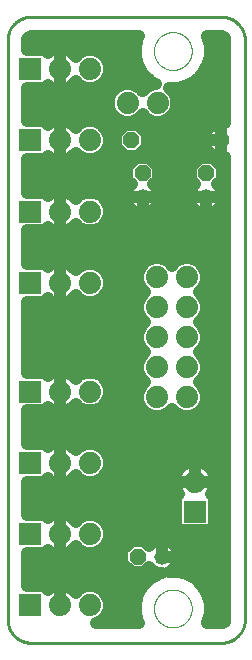
<source format=gbl>
G75*
%MOIN*%
%OFA0B0*%
%FSLAX25Y25*%
%IPPOS*%
%LPD*%
%AMOC8*
5,1,8,0,0,1.08239X$1,22.5*
%
%ADD10C,0.00000*%
%ADD11C,0.01000*%
%ADD12R,0.07400X0.07400*%
%ADD13C,0.07400*%
%ADD14OC8,0.05200*%
%ADD15C,0.05200*%
%ADD16C,0.04000*%
D10*
X0060569Y0023167D02*
X0060571Y0023325D01*
X0060577Y0023483D01*
X0060587Y0023641D01*
X0060601Y0023799D01*
X0060619Y0023956D01*
X0060640Y0024113D01*
X0060666Y0024269D01*
X0060696Y0024425D01*
X0060729Y0024580D01*
X0060767Y0024733D01*
X0060808Y0024886D01*
X0060853Y0025038D01*
X0060902Y0025189D01*
X0060955Y0025338D01*
X0061011Y0025486D01*
X0061071Y0025632D01*
X0061135Y0025777D01*
X0061203Y0025920D01*
X0061274Y0026062D01*
X0061348Y0026202D01*
X0061426Y0026339D01*
X0061508Y0026475D01*
X0061592Y0026609D01*
X0061681Y0026740D01*
X0061772Y0026869D01*
X0061867Y0026996D01*
X0061964Y0027121D01*
X0062065Y0027243D01*
X0062169Y0027362D01*
X0062276Y0027479D01*
X0062386Y0027593D01*
X0062499Y0027704D01*
X0062614Y0027813D01*
X0062732Y0027918D01*
X0062853Y0028020D01*
X0062976Y0028120D01*
X0063102Y0028216D01*
X0063230Y0028309D01*
X0063360Y0028399D01*
X0063493Y0028485D01*
X0063628Y0028569D01*
X0063764Y0028648D01*
X0063903Y0028725D01*
X0064044Y0028797D01*
X0064186Y0028867D01*
X0064330Y0028932D01*
X0064476Y0028994D01*
X0064623Y0029052D01*
X0064772Y0029107D01*
X0064922Y0029158D01*
X0065073Y0029205D01*
X0065225Y0029248D01*
X0065378Y0029287D01*
X0065533Y0029323D01*
X0065688Y0029354D01*
X0065844Y0029382D01*
X0066000Y0029406D01*
X0066157Y0029426D01*
X0066315Y0029442D01*
X0066472Y0029454D01*
X0066631Y0029462D01*
X0066789Y0029466D01*
X0066947Y0029466D01*
X0067105Y0029462D01*
X0067264Y0029454D01*
X0067421Y0029442D01*
X0067579Y0029426D01*
X0067736Y0029406D01*
X0067892Y0029382D01*
X0068048Y0029354D01*
X0068203Y0029323D01*
X0068358Y0029287D01*
X0068511Y0029248D01*
X0068663Y0029205D01*
X0068814Y0029158D01*
X0068964Y0029107D01*
X0069113Y0029052D01*
X0069260Y0028994D01*
X0069406Y0028932D01*
X0069550Y0028867D01*
X0069692Y0028797D01*
X0069833Y0028725D01*
X0069972Y0028648D01*
X0070108Y0028569D01*
X0070243Y0028485D01*
X0070376Y0028399D01*
X0070506Y0028309D01*
X0070634Y0028216D01*
X0070760Y0028120D01*
X0070883Y0028020D01*
X0071004Y0027918D01*
X0071122Y0027813D01*
X0071237Y0027704D01*
X0071350Y0027593D01*
X0071460Y0027479D01*
X0071567Y0027362D01*
X0071671Y0027243D01*
X0071772Y0027121D01*
X0071869Y0026996D01*
X0071964Y0026869D01*
X0072055Y0026740D01*
X0072144Y0026609D01*
X0072228Y0026475D01*
X0072310Y0026339D01*
X0072388Y0026202D01*
X0072462Y0026062D01*
X0072533Y0025920D01*
X0072601Y0025777D01*
X0072665Y0025632D01*
X0072725Y0025486D01*
X0072781Y0025338D01*
X0072834Y0025189D01*
X0072883Y0025038D01*
X0072928Y0024886D01*
X0072969Y0024733D01*
X0073007Y0024580D01*
X0073040Y0024425D01*
X0073070Y0024269D01*
X0073096Y0024113D01*
X0073117Y0023956D01*
X0073135Y0023799D01*
X0073149Y0023641D01*
X0073159Y0023483D01*
X0073165Y0023325D01*
X0073167Y0023167D01*
X0073165Y0023009D01*
X0073159Y0022851D01*
X0073149Y0022693D01*
X0073135Y0022535D01*
X0073117Y0022378D01*
X0073096Y0022221D01*
X0073070Y0022065D01*
X0073040Y0021909D01*
X0073007Y0021754D01*
X0072969Y0021601D01*
X0072928Y0021448D01*
X0072883Y0021296D01*
X0072834Y0021145D01*
X0072781Y0020996D01*
X0072725Y0020848D01*
X0072665Y0020702D01*
X0072601Y0020557D01*
X0072533Y0020414D01*
X0072462Y0020272D01*
X0072388Y0020132D01*
X0072310Y0019995D01*
X0072228Y0019859D01*
X0072144Y0019725D01*
X0072055Y0019594D01*
X0071964Y0019465D01*
X0071869Y0019338D01*
X0071772Y0019213D01*
X0071671Y0019091D01*
X0071567Y0018972D01*
X0071460Y0018855D01*
X0071350Y0018741D01*
X0071237Y0018630D01*
X0071122Y0018521D01*
X0071004Y0018416D01*
X0070883Y0018314D01*
X0070760Y0018214D01*
X0070634Y0018118D01*
X0070506Y0018025D01*
X0070376Y0017935D01*
X0070243Y0017849D01*
X0070108Y0017765D01*
X0069972Y0017686D01*
X0069833Y0017609D01*
X0069692Y0017537D01*
X0069550Y0017467D01*
X0069406Y0017402D01*
X0069260Y0017340D01*
X0069113Y0017282D01*
X0068964Y0017227D01*
X0068814Y0017176D01*
X0068663Y0017129D01*
X0068511Y0017086D01*
X0068358Y0017047D01*
X0068203Y0017011D01*
X0068048Y0016980D01*
X0067892Y0016952D01*
X0067736Y0016928D01*
X0067579Y0016908D01*
X0067421Y0016892D01*
X0067264Y0016880D01*
X0067105Y0016872D01*
X0066947Y0016868D01*
X0066789Y0016868D01*
X0066631Y0016872D01*
X0066472Y0016880D01*
X0066315Y0016892D01*
X0066157Y0016908D01*
X0066000Y0016928D01*
X0065844Y0016952D01*
X0065688Y0016980D01*
X0065533Y0017011D01*
X0065378Y0017047D01*
X0065225Y0017086D01*
X0065073Y0017129D01*
X0064922Y0017176D01*
X0064772Y0017227D01*
X0064623Y0017282D01*
X0064476Y0017340D01*
X0064330Y0017402D01*
X0064186Y0017467D01*
X0064044Y0017537D01*
X0063903Y0017609D01*
X0063764Y0017686D01*
X0063628Y0017765D01*
X0063493Y0017849D01*
X0063360Y0017935D01*
X0063230Y0018025D01*
X0063102Y0018118D01*
X0062976Y0018214D01*
X0062853Y0018314D01*
X0062732Y0018416D01*
X0062614Y0018521D01*
X0062499Y0018630D01*
X0062386Y0018741D01*
X0062276Y0018855D01*
X0062169Y0018972D01*
X0062065Y0019091D01*
X0061964Y0019213D01*
X0061867Y0019338D01*
X0061772Y0019465D01*
X0061681Y0019594D01*
X0061592Y0019725D01*
X0061508Y0019859D01*
X0061426Y0019995D01*
X0061348Y0020132D01*
X0061274Y0020272D01*
X0061203Y0020414D01*
X0061135Y0020557D01*
X0061071Y0020702D01*
X0061011Y0020848D01*
X0060955Y0020996D01*
X0060902Y0021145D01*
X0060853Y0021296D01*
X0060808Y0021448D01*
X0060767Y0021601D01*
X0060729Y0021754D01*
X0060696Y0021909D01*
X0060666Y0022065D01*
X0060640Y0022221D01*
X0060619Y0022378D01*
X0060601Y0022535D01*
X0060587Y0022693D01*
X0060577Y0022851D01*
X0060571Y0023009D01*
X0060569Y0023167D01*
X0060569Y0208994D02*
X0060571Y0209152D01*
X0060577Y0209310D01*
X0060587Y0209468D01*
X0060601Y0209626D01*
X0060619Y0209783D01*
X0060640Y0209940D01*
X0060666Y0210096D01*
X0060696Y0210252D01*
X0060729Y0210407D01*
X0060767Y0210560D01*
X0060808Y0210713D01*
X0060853Y0210865D01*
X0060902Y0211016D01*
X0060955Y0211165D01*
X0061011Y0211313D01*
X0061071Y0211459D01*
X0061135Y0211604D01*
X0061203Y0211747D01*
X0061274Y0211889D01*
X0061348Y0212029D01*
X0061426Y0212166D01*
X0061508Y0212302D01*
X0061592Y0212436D01*
X0061681Y0212567D01*
X0061772Y0212696D01*
X0061867Y0212823D01*
X0061964Y0212948D01*
X0062065Y0213070D01*
X0062169Y0213189D01*
X0062276Y0213306D01*
X0062386Y0213420D01*
X0062499Y0213531D01*
X0062614Y0213640D01*
X0062732Y0213745D01*
X0062853Y0213847D01*
X0062976Y0213947D01*
X0063102Y0214043D01*
X0063230Y0214136D01*
X0063360Y0214226D01*
X0063493Y0214312D01*
X0063628Y0214396D01*
X0063764Y0214475D01*
X0063903Y0214552D01*
X0064044Y0214624D01*
X0064186Y0214694D01*
X0064330Y0214759D01*
X0064476Y0214821D01*
X0064623Y0214879D01*
X0064772Y0214934D01*
X0064922Y0214985D01*
X0065073Y0215032D01*
X0065225Y0215075D01*
X0065378Y0215114D01*
X0065533Y0215150D01*
X0065688Y0215181D01*
X0065844Y0215209D01*
X0066000Y0215233D01*
X0066157Y0215253D01*
X0066315Y0215269D01*
X0066472Y0215281D01*
X0066631Y0215289D01*
X0066789Y0215293D01*
X0066947Y0215293D01*
X0067105Y0215289D01*
X0067264Y0215281D01*
X0067421Y0215269D01*
X0067579Y0215253D01*
X0067736Y0215233D01*
X0067892Y0215209D01*
X0068048Y0215181D01*
X0068203Y0215150D01*
X0068358Y0215114D01*
X0068511Y0215075D01*
X0068663Y0215032D01*
X0068814Y0214985D01*
X0068964Y0214934D01*
X0069113Y0214879D01*
X0069260Y0214821D01*
X0069406Y0214759D01*
X0069550Y0214694D01*
X0069692Y0214624D01*
X0069833Y0214552D01*
X0069972Y0214475D01*
X0070108Y0214396D01*
X0070243Y0214312D01*
X0070376Y0214226D01*
X0070506Y0214136D01*
X0070634Y0214043D01*
X0070760Y0213947D01*
X0070883Y0213847D01*
X0071004Y0213745D01*
X0071122Y0213640D01*
X0071237Y0213531D01*
X0071350Y0213420D01*
X0071460Y0213306D01*
X0071567Y0213189D01*
X0071671Y0213070D01*
X0071772Y0212948D01*
X0071869Y0212823D01*
X0071964Y0212696D01*
X0072055Y0212567D01*
X0072144Y0212436D01*
X0072228Y0212302D01*
X0072310Y0212166D01*
X0072388Y0212029D01*
X0072462Y0211889D01*
X0072533Y0211747D01*
X0072601Y0211604D01*
X0072665Y0211459D01*
X0072725Y0211313D01*
X0072781Y0211165D01*
X0072834Y0211016D01*
X0072883Y0210865D01*
X0072928Y0210713D01*
X0072969Y0210560D01*
X0073007Y0210407D01*
X0073040Y0210252D01*
X0073070Y0210096D01*
X0073096Y0209940D01*
X0073117Y0209783D01*
X0073135Y0209626D01*
X0073149Y0209468D01*
X0073159Y0209310D01*
X0073165Y0209152D01*
X0073167Y0208994D01*
X0073165Y0208836D01*
X0073159Y0208678D01*
X0073149Y0208520D01*
X0073135Y0208362D01*
X0073117Y0208205D01*
X0073096Y0208048D01*
X0073070Y0207892D01*
X0073040Y0207736D01*
X0073007Y0207581D01*
X0072969Y0207428D01*
X0072928Y0207275D01*
X0072883Y0207123D01*
X0072834Y0206972D01*
X0072781Y0206823D01*
X0072725Y0206675D01*
X0072665Y0206529D01*
X0072601Y0206384D01*
X0072533Y0206241D01*
X0072462Y0206099D01*
X0072388Y0205959D01*
X0072310Y0205822D01*
X0072228Y0205686D01*
X0072144Y0205552D01*
X0072055Y0205421D01*
X0071964Y0205292D01*
X0071869Y0205165D01*
X0071772Y0205040D01*
X0071671Y0204918D01*
X0071567Y0204799D01*
X0071460Y0204682D01*
X0071350Y0204568D01*
X0071237Y0204457D01*
X0071122Y0204348D01*
X0071004Y0204243D01*
X0070883Y0204141D01*
X0070760Y0204041D01*
X0070634Y0203945D01*
X0070506Y0203852D01*
X0070376Y0203762D01*
X0070243Y0203676D01*
X0070108Y0203592D01*
X0069972Y0203513D01*
X0069833Y0203436D01*
X0069692Y0203364D01*
X0069550Y0203294D01*
X0069406Y0203229D01*
X0069260Y0203167D01*
X0069113Y0203109D01*
X0068964Y0203054D01*
X0068814Y0203003D01*
X0068663Y0202956D01*
X0068511Y0202913D01*
X0068358Y0202874D01*
X0068203Y0202838D01*
X0068048Y0202807D01*
X0067892Y0202779D01*
X0067736Y0202755D01*
X0067579Y0202735D01*
X0067421Y0202719D01*
X0067264Y0202707D01*
X0067105Y0202699D01*
X0066947Y0202695D01*
X0066789Y0202695D01*
X0066631Y0202699D01*
X0066472Y0202707D01*
X0066315Y0202719D01*
X0066157Y0202735D01*
X0066000Y0202755D01*
X0065844Y0202779D01*
X0065688Y0202807D01*
X0065533Y0202838D01*
X0065378Y0202874D01*
X0065225Y0202913D01*
X0065073Y0202956D01*
X0064922Y0203003D01*
X0064772Y0203054D01*
X0064623Y0203109D01*
X0064476Y0203167D01*
X0064330Y0203229D01*
X0064186Y0203294D01*
X0064044Y0203364D01*
X0063903Y0203436D01*
X0063764Y0203513D01*
X0063628Y0203592D01*
X0063493Y0203676D01*
X0063360Y0203762D01*
X0063230Y0203852D01*
X0063102Y0203945D01*
X0062976Y0204041D01*
X0062853Y0204141D01*
X0062732Y0204243D01*
X0062614Y0204348D01*
X0062499Y0204457D01*
X0062386Y0204568D01*
X0062276Y0204682D01*
X0062169Y0204799D01*
X0062065Y0204918D01*
X0061964Y0205040D01*
X0061867Y0205165D01*
X0061772Y0205292D01*
X0061681Y0205421D01*
X0061592Y0205552D01*
X0061508Y0205686D01*
X0061426Y0205822D01*
X0061348Y0205959D01*
X0061274Y0206099D01*
X0061203Y0206241D01*
X0061135Y0206384D01*
X0061071Y0206529D01*
X0061011Y0206675D01*
X0060955Y0206823D01*
X0060902Y0206972D01*
X0060853Y0207123D01*
X0060808Y0207275D01*
X0060767Y0207428D01*
X0060729Y0207581D01*
X0060696Y0207736D01*
X0060666Y0207892D01*
X0060640Y0208048D01*
X0060619Y0208205D01*
X0060601Y0208362D01*
X0060587Y0208520D01*
X0060577Y0208678D01*
X0060571Y0208836D01*
X0060569Y0208994D01*
D11*
X0011750Y0212537D02*
X0011750Y0019624D01*
X0011752Y0019434D01*
X0011759Y0019244D01*
X0011771Y0019054D01*
X0011787Y0018864D01*
X0011807Y0018675D01*
X0011833Y0018486D01*
X0011862Y0018298D01*
X0011897Y0018111D01*
X0011936Y0017925D01*
X0011979Y0017740D01*
X0012027Y0017555D01*
X0012079Y0017372D01*
X0012135Y0017191D01*
X0012196Y0017011D01*
X0012262Y0016832D01*
X0012331Y0016655D01*
X0012405Y0016479D01*
X0012483Y0016306D01*
X0012566Y0016134D01*
X0012652Y0015965D01*
X0012742Y0015797D01*
X0012837Y0015632D01*
X0012935Y0015469D01*
X0013038Y0015309D01*
X0013144Y0015151D01*
X0013254Y0014996D01*
X0013367Y0014843D01*
X0013485Y0014693D01*
X0013606Y0014547D01*
X0013730Y0014403D01*
X0013858Y0014262D01*
X0013989Y0014124D01*
X0014124Y0013989D01*
X0014262Y0013858D01*
X0014403Y0013730D01*
X0014547Y0013606D01*
X0014693Y0013485D01*
X0014843Y0013367D01*
X0014996Y0013254D01*
X0015151Y0013144D01*
X0015309Y0013038D01*
X0015469Y0012935D01*
X0015632Y0012837D01*
X0015797Y0012742D01*
X0015965Y0012652D01*
X0016134Y0012566D01*
X0016306Y0012483D01*
X0016479Y0012405D01*
X0016655Y0012331D01*
X0016832Y0012262D01*
X0017011Y0012196D01*
X0017191Y0012135D01*
X0017372Y0012079D01*
X0017555Y0012027D01*
X0017740Y0011979D01*
X0017925Y0011936D01*
X0018111Y0011897D01*
X0018298Y0011862D01*
X0018486Y0011833D01*
X0018675Y0011807D01*
X0018864Y0011787D01*
X0019054Y0011771D01*
X0019244Y0011759D01*
X0019434Y0011752D01*
X0019624Y0011750D01*
X0082990Y0011750D01*
X0083180Y0011752D01*
X0083370Y0011759D01*
X0083560Y0011771D01*
X0083750Y0011787D01*
X0083939Y0011807D01*
X0084128Y0011833D01*
X0084316Y0011862D01*
X0084503Y0011897D01*
X0084689Y0011936D01*
X0084874Y0011979D01*
X0085059Y0012027D01*
X0085242Y0012079D01*
X0085423Y0012135D01*
X0085603Y0012196D01*
X0085782Y0012262D01*
X0085959Y0012331D01*
X0086135Y0012405D01*
X0086308Y0012483D01*
X0086480Y0012566D01*
X0086649Y0012652D01*
X0086817Y0012742D01*
X0086982Y0012837D01*
X0087145Y0012935D01*
X0087305Y0013038D01*
X0087463Y0013144D01*
X0087618Y0013254D01*
X0087771Y0013367D01*
X0087921Y0013485D01*
X0088067Y0013606D01*
X0088211Y0013730D01*
X0088352Y0013858D01*
X0088490Y0013989D01*
X0088625Y0014124D01*
X0088756Y0014262D01*
X0088884Y0014403D01*
X0089008Y0014547D01*
X0089129Y0014693D01*
X0089247Y0014843D01*
X0089360Y0014996D01*
X0089470Y0015151D01*
X0089576Y0015309D01*
X0089679Y0015469D01*
X0089777Y0015632D01*
X0089872Y0015797D01*
X0089962Y0015965D01*
X0090048Y0016134D01*
X0090131Y0016306D01*
X0090209Y0016479D01*
X0090283Y0016655D01*
X0090352Y0016832D01*
X0090418Y0017011D01*
X0090479Y0017191D01*
X0090535Y0017372D01*
X0090587Y0017555D01*
X0090635Y0017740D01*
X0090678Y0017925D01*
X0090717Y0018111D01*
X0090752Y0018298D01*
X0090781Y0018486D01*
X0090807Y0018675D01*
X0090827Y0018864D01*
X0090843Y0019054D01*
X0090855Y0019244D01*
X0090862Y0019434D01*
X0090864Y0019624D01*
X0090864Y0212537D01*
X0090862Y0212727D01*
X0090855Y0212917D01*
X0090843Y0213107D01*
X0090827Y0213297D01*
X0090807Y0213486D01*
X0090781Y0213675D01*
X0090752Y0213863D01*
X0090717Y0214050D01*
X0090678Y0214236D01*
X0090635Y0214421D01*
X0090587Y0214606D01*
X0090535Y0214789D01*
X0090479Y0214970D01*
X0090418Y0215150D01*
X0090352Y0215329D01*
X0090283Y0215506D01*
X0090209Y0215682D01*
X0090131Y0215855D01*
X0090048Y0216027D01*
X0089962Y0216196D01*
X0089872Y0216364D01*
X0089777Y0216529D01*
X0089679Y0216692D01*
X0089576Y0216852D01*
X0089470Y0217010D01*
X0089360Y0217165D01*
X0089247Y0217318D01*
X0089129Y0217468D01*
X0089008Y0217614D01*
X0088884Y0217758D01*
X0088756Y0217899D01*
X0088625Y0218037D01*
X0088490Y0218172D01*
X0088352Y0218303D01*
X0088211Y0218431D01*
X0088067Y0218555D01*
X0087921Y0218676D01*
X0087771Y0218794D01*
X0087618Y0218907D01*
X0087463Y0219017D01*
X0087305Y0219123D01*
X0087145Y0219226D01*
X0086982Y0219324D01*
X0086817Y0219419D01*
X0086649Y0219509D01*
X0086480Y0219595D01*
X0086308Y0219678D01*
X0086135Y0219756D01*
X0085959Y0219830D01*
X0085782Y0219899D01*
X0085603Y0219965D01*
X0085423Y0220026D01*
X0085242Y0220082D01*
X0085059Y0220134D01*
X0084874Y0220182D01*
X0084689Y0220225D01*
X0084503Y0220264D01*
X0084316Y0220299D01*
X0084128Y0220328D01*
X0083939Y0220354D01*
X0083750Y0220374D01*
X0083560Y0220390D01*
X0083370Y0220402D01*
X0083180Y0220409D01*
X0082990Y0220411D01*
X0019624Y0220411D01*
X0019434Y0220409D01*
X0019244Y0220402D01*
X0019054Y0220390D01*
X0018864Y0220374D01*
X0018675Y0220354D01*
X0018486Y0220328D01*
X0018298Y0220299D01*
X0018111Y0220264D01*
X0017925Y0220225D01*
X0017740Y0220182D01*
X0017555Y0220134D01*
X0017372Y0220082D01*
X0017191Y0220026D01*
X0017011Y0219965D01*
X0016832Y0219899D01*
X0016655Y0219830D01*
X0016479Y0219756D01*
X0016306Y0219678D01*
X0016134Y0219595D01*
X0015965Y0219509D01*
X0015797Y0219419D01*
X0015632Y0219324D01*
X0015469Y0219226D01*
X0015309Y0219123D01*
X0015151Y0219017D01*
X0014996Y0218907D01*
X0014843Y0218794D01*
X0014693Y0218676D01*
X0014547Y0218555D01*
X0014403Y0218431D01*
X0014262Y0218303D01*
X0014124Y0218172D01*
X0013989Y0218037D01*
X0013858Y0217899D01*
X0013730Y0217758D01*
X0013606Y0217614D01*
X0013485Y0217468D01*
X0013367Y0217318D01*
X0013254Y0217165D01*
X0013144Y0217010D01*
X0013038Y0216852D01*
X0012935Y0216692D01*
X0012837Y0216529D01*
X0012742Y0216364D01*
X0012652Y0216196D01*
X0012566Y0216027D01*
X0012483Y0215855D01*
X0012405Y0215682D01*
X0012331Y0215506D01*
X0012262Y0215329D01*
X0012196Y0215150D01*
X0012135Y0214970D01*
X0012079Y0214789D01*
X0012027Y0214606D01*
X0011979Y0214421D01*
X0011936Y0214236D01*
X0011897Y0214050D01*
X0011862Y0213863D01*
X0011833Y0213675D01*
X0011807Y0213486D01*
X0011787Y0213297D01*
X0011771Y0213107D01*
X0011759Y0212917D01*
X0011752Y0212727D01*
X0011750Y0212537D01*
D12*
X0019250Y0203002D03*
X0019250Y0179252D03*
X0019250Y0155502D03*
X0019250Y0131752D03*
X0019250Y0095502D03*
X0019250Y0071752D03*
X0019250Y0048002D03*
X0019250Y0024252D03*
X0074250Y0055500D03*
D13*
X0074250Y0065500D03*
X0071537Y0093569D03*
X0071537Y0103569D03*
X0071537Y0113569D03*
X0071537Y0123569D03*
X0071537Y0133569D03*
X0061537Y0133569D03*
X0061537Y0123569D03*
X0061537Y0113569D03*
X0061537Y0103569D03*
X0061537Y0093569D03*
X0039250Y0095502D03*
X0029250Y0095502D03*
X0029250Y0071752D03*
X0039250Y0071752D03*
X0039250Y0048002D03*
X0029250Y0048002D03*
X0029250Y0024252D03*
X0039250Y0024252D03*
X0039250Y0131752D03*
X0029250Y0131752D03*
X0029250Y0155502D03*
X0039250Y0155502D03*
X0039250Y0179252D03*
X0029250Y0179252D03*
X0029250Y0203002D03*
X0039250Y0203002D03*
X0051750Y0191750D03*
X0061750Y0191750D03*
D14*
X0053000Y0179250D03*
X0056748Y0168250D03*
X0077998Y0168250D03*
X0083000Y0179250D03*
X0055248Y0040500D03*
D15*
X0063248Y0040500D03*
X0056748Y0160250D03*
X0077998Y0160250D03*
D16*
X0077998Y0160250D01*
X0072398Y0160250D01*
X0072398Y0160691D01*
X0072536Y0161561D01*
X0072808Y0162400D01*
X0073208Y0163185D01*
X0073727Y0163898D01*
X0074350Y0164521D01*
X0074363Y0164531D01*
X0072798Y0166096D01*
X0072798Y0170404D01*
X0075844Y0173450D01*
X0080152Y0173450D01*
X0083198Y0170404D01*
X0083198Y0166096D01*
X0081633Y0164531D01*
X0081646Y0164521D01*
X0082269Y0163898D01*
X0082788Y0163185D01*
X0083188Y0162400D01*
X0083460Y0161561D01*
X0083598Y0160691D01*
X0083598Y0160250D01*
X0077998Y0160250D01*
X0072398Y0160250D01*
X0072398Y0159809D01*
X0072536Y0158939D01*
X0072808Y0158100D01*
X0073208Y0157315D01*
X0073727Y0156602D01*
X0074350Y0155979D01*
X0075063Y0155460D01*
X0075848Y0155060D01*
X0076687Y0154788D01*
X0077557Y0154650D01*
X0077998Y0154650D01*
X0077998Y0160250D01*
X0077998Y0160250D01*
X0077998Y0160250D01*
X0077998Y0154650D01*
X0078439Y0154650D01*
X0079309Y0154788D01*
X0080148Y0155060D01*
X0080933Y0155460D01*
X0081646Y0155979D01*
X0082269Y0156602D01*
X0082788Y0157315D01*
X0083188Y0158100D01*
X0083460Y0158939D01*
X0083598Y0159809D01*
X0083598Y0160250D01*
X0077998Y0160250D01*
X0077998Y0159695D02*
X0077998Y0159695D01*
X0077998Y0155696D02*
X0077998Y0155696D01*
X0074738Y0155696D02*
X0060008Y0155696D01*
X0059683Y0155460D02*
X0060396Y0155979D01*
X0061019Y0156602D01*
X0061538Y0157315D01*
X0061938Y0158100D01*
X0062210Y0158939D01*
X0062348Y0159809D01*
X0062348Y0160250D01*
X0062348Y0160691D01*
X0062210Y0161561D01*
X0061938Y0162400D01*
X0061538Y0163185D01*
X0061019Y0163898D01*
X0060396Y0164521D01*
X0060383Y0164531D01*
X0061948Y0166096D01*
X0061948Y0170404D01*
X0058902Y0173450D01*
X0054594Y0173450D01*
X0051548Y0170404D01*
X0051548Y0166096D01*
X0053113Y0164531D01*
X0053100Y0164521D01*
X0052477Y0163898D01*
X0051958Y0163185D01*
X0051558Y0162400D01*
X0051286Y0161561D01*
X0051148Y0160691D01*
X0051148Y0160250D01*
X0056748Y0160250D01*
X0056748Y0160250D01*
X0051148Y0160250D01*
X0051148Y0159809D01*
X0051286Y0158939D01*
X0051558Y0158100D01*
X0051958Y0157315D01*
X0052477Y0156602D01*
X0053100Y0155979D01*
X0053813Y0155460D01*
X0054598Y0155060D01*
X0055437Y0154788D01*
X0056307Y0154650D01*
X0056748Y0154650D01*
X0056748Y0160250D01*
X0056748Y0160250D01*
X0062348Y0160250D01*
X0056748Y0160250D01*
X0056748Y0160250D01*
X0056748Y0154650D01*
X0057189Y0154650D01*
X0058059Y0154788D01*
X0058898Y0155060D01*
X0059683Y0155460D01*
X0056748Y0155696D02*
X0056748Y0155696D01*
X0056748Y0159695D02*
X0056748Y0159695D01*
X0053488Y0155696D02*
X0045550Y0155696D01*
X0045550Y0156755D02*
X0045550Y0154249D01*
X0044591Y0151933D01*
X0042819Y0150161D01*
X0040503Y0149202D01*
X0037997Y0149202D01*
X0035681Y0150161D01*
X0034502Y0151340D01*
X0034298Y0151075D01*
X0033677Y0150454D01*
X0032980Y0149919D01*
X0032220Y0149480D01*
X0031408Y0149144D01*
X0030560Y0148917D01*
X0029689Y0148802D01*
X0029250Y0148802D01*
X0029250Y0155502D01*
X0029250Y0155502D01*
X0029250Y0162202D01*
X0029689Y0162202D01*
X0030560Y0162087D01*
X0031408Y0161860D01*
X0032220Y0161524D01*
X0032980Y0161085D01*
X0033677Y0160550D01*
X0034298Y0159929D01*
X0034502Y0159663D01*
X0035681Y0160843D01*
X0037997Y0161802D01*
X0040503Y0161802D01*
X0042819Y0160843D01*
X0044591Y0159071D01*
X0045550Y0156755D01*
X0043967Y0159695D02*
X0051166Y0159695D01*
X0052328Y0163693D02*
X0018250Y0163693D01*
X0018250Y0161802D02*
X0018250Y0172952D01*
X0023467Y0172952D01*
X0024423Y0173348D01*
X0025081Y0174006D01*
X0025520Y0173669D01*
X0026280Y0173230D01*
X0027092Y0172894D01*
X0027940Y0172667D01*
X0028811Y0172552D01*
X0029250Y0172552D01*
X0029689Y0172552D01*
X0030560Y0172667D01*
X0031408Y0172894D01*
X0032220Y0173230D01*
X0032980Y0173669D01*
X0033677Y0174204D01*
X0034298Y0174825D01*
X0034502Y0175090D01*
X0035681Y0173911D01*
X0037997Y0172952D01*
X0040503Y0172952D01*
X0042819Y0173911D01*
X0044591Y0175683D01*
X0045550Y0177999D01*
X0045550Y0180505D01*
X0044591Y0182821D01*
X0042819Y0184593D01*
X0040503Y0185552D01*
X0037997Y0185552D01*
X0035681Y0184593D01*
X0034502Y0183413D01*
X0034298Y0183679D01*
X0033677Y0184300D01*
X0032980Y0184835D01*
X0032220Y0185274D01*
X0031408Y0185610D01*
X0030560Y0185837D01*
X0029689Y0185952D01*
X0029250Y0185952D01*
X0029250Y0179252D01*
X0029250Y0179252D01*
X0029250Y0185952D01*
X0028811Y0185952D01*
X0027940Y0185837D01*
X0027092Y0185610D01*
X0026280Y0185274D01*
X0025520Y0184835D01*
X0025081Y0184498D01*
X0024423Y0185156D01*
X0023467Y0185552D01*
X0018250Y0185552D01*
X0018250Y0196702D01*
X0023467Y0196702D01*
X0024423Y0197098D01*
X0025081Y0197756D01*
X0025520Y0197419D01*
X0026280Y0196980D01*
X0027092Y0196644D01*
X0027940Y0196417D01*
X0028811Y0196302D01*
X0029250Y0196302D01*
X0029689Y0196302D01*
X0030560Y0196417D01*
X0031408Y0196644D01*
X0032220Y0196980D01*
X0032980Y0197419D01*
X0033677Y0197954D01*
X0034298Y0198575D01*
X0034502Y0198840D01*
X0035681Y0197661D01*
X0037997Y0196702D01*
X0040503Y0196702D01*
X0042819Y0197661D01*
X0044591Y0199433D01*
X0045550Y0201749D01*
X0045550Y0204255D01*
X0044591Y0206571D01*
X0042819Y0208343D01*
X0040503Y0209302D01*
X0037997Y0209302D01*
X0035681Y0208343D01*
X0034502Y0207163D01*
X0034298Y0207429D01*
X0033677Y0208050D01*
X0032980Y0208585D01*
X0032220Y0209024D01*
X0031408Y0209360D01*
X0030560Y0209587D01*
X0029689Y0209702D01*
X0029250Y0209702D01*
X0029250Y0203002D01*
X0029250Y0203002D01*
X0029250Y0209702D01*
X0028811Y0209702D01*
X0027940Y0209587D01*
X0027092Y0209360D01*
X0026280Y0209024D01*
X0025520Y0208585D01*
X0025081Y0208248D01*
X0024423Y0208906D01*
X0023467Y0209302D01*
X0018250Y0209302D01*
X0018250Y0212537D01*
X0018262Y0212717D01*
X0018355Y0213063D01*
X0018534Y0213374D01*
X0018788Y0213627D01*
X0019098Y0213807D01*
X0019445Y0213900D01*
X0019624Y0213911D01*
X0055505Y0213911D01*
X0055407Y0213741D01*
X0054569Y0210613D01*
X0054569Y0207375D01*
X0055407Y0204247D01*
X0057026Y0201442D01*
X0059316Y0199152D01*
X0061225Y0198050D01*
X0060497Y0198050D01*
X0058181Y0197091D01*
X0056750Y0195660D01*
X0055319Y0197091D01*
X0053003Y0198050D01*
X0050497Y0198050D01*
X0048181Y0197091D01*
X0046409Y0195319D01*
X0045450Y0193003D01*
X0045450Y0190497D01*
X0046409Y0188181D01*
X0048181Y0186409D01*
X0050497Y0185450D01*
X0053003Y0185450D01*
X0055319Y0186409D01*
X0056750Y0187840D01*
X0058181Y0186409D01*
X0060497Y0185450D01*
X0063003Y0185450D01*
X0065319Y0186409D01*
X0067091Y0188181D01*
X0068050Y0190497D01*
X0068050Y0193003D01*
X0067091Y0195319D01*
X0065715Y0196695D01*
X0068487Y0196695D01*
X0071615Y0197533D01*
X0074420Y0199152D01*
X0076710Y0201442D01*
X0078329Y0204247D01*
X0079167Y0207375D01*
X0079167Y0210613D01*
X0078329Y0213741D01*
X0078231Y0213911D01*
X0082990Y0213911D01*
X0083169Y0213900D01*
X0083516Y0213807D01*
X0083827Y0213627D01*
X0084080Y0213374D01*
X0084260Y0213063D01*
X0084352Y0212717D01*
X0084364Y0212537D01*
X0084364Y0184850D01*
X0083000Y0184850D01*
X0083000Y0179250D01*
X0083000Y0179250D01*
X0083000Y0173650D01*
X0084364Y0173650D01*
X0084364Y0019624D01*
X0084352Y0019445D01*
X0084260Y0019098D01*
X0084080Y0018788D01*
X0083827Y0018534D01*
X0083516Y0018355D01*
X0083169Y0018262D01*
X0082990Y0018250D01*
X0078231Y0018250D01*
X0078329Y0018420D01*
X0079167Y0021548D01*
X0079167Y0024787D01*
X0078329Y0027915D01*
X0076710Y0030719D01*
X0074420Y0033009D01*
X0071615Y0034628D01*
X0068487Y0035467D01*
X0065704Y0035467D01*
X0066183Y0035710D01*
X0066896Y0036229D01*
X0067519Y0036852D01*
X0068038Y0037565D01*
X0068438Y0038350D01*
X0068710Y0039189D01*
X0068848Y0040059D01*
X0068848Y0040500D01*
X0068848Y0040941D01*
X0068710Y0041811D01*
X0068438Y0042650D01*
X0068038Y0043435D01*
X0067519Y0044148D01*
X0066896Y0044771D01*
X0066183Y0045290D01*
X0065398Y0045690D01*
X0064559Y0045962D01*
X0063689Y0046100D01*
X0063248Y0046100D01*
X0062807Y0046100D01*
X0061937Y0045962D01*
X0061098Y0045690D01*
X0060313Y0045290D01*
X0059600Y0044771D01*
X0058977Y0044148D01*
X0058967Y0044135D01*
X0057402Y0045700D01*
X0053094Y0045700D01*
X0050048Y0042654D01*
X0050048Y0038346D01*
X0053094Y0035300D01*
X0057402Y0035300D01*
X0058967Y0036865D01*
X0058977Y0036852D01*
X0059600Y0036229D01*
X0060313Y0035710D01*
X0061098Y0035310D01*
X0061937Y0035038D01*
X0062807Y0034900D01*
X0063135Y0034900D01*
X0062121Y0034628D01*
X0059316Y0033009D01*
X0057026Y0030719D01*
X0055407Y0027915D01*
X0054569Y0024787D01*
X0054569Y0021548D01*
X0055407Y0018420D01*
X0055505Y0018250D01*
X0041223Y0018250D01*
X0042819Y0018911D01*
X0044591Y0020683D01*
X0045550Y0022999D01*
X0045550Y0025505D01*
X0044591Y0027821D01*
X0042819Y0029593D01*
X0040503Y0030552D01*
X0037997Y0030552D01*
X0035681Y0029593D01*
X0034502Y0028413D01*
X0034298Y0028679D01*
X0033677Y0029300D01*
X0032980Y0029835D01*
X0032220Y0030274D01*
X0031408Y0030610D01*
X0030560Y0030837D01*
X0029689Y0030952D01*
X0029250Y0030952D01*
X0029250Y0024252D01*
X0029250Y0024252D01*
X0029250Y0030952D01*
X0028811Y0030952D01*
X0027940Y0030837D01*
X0027092Y0030610D01*
X0026280Y0030274D01*
X0025520Y0029835D01*
X0025081Y0029498D01*
X0024423Y0030156D01*
X0023467Y0030552D01*
X0018250Y0030552D01*
X0018250Y0041702D01*
X0023467Y0041702D01*
X0024423Y0042098D01*
X0025081Y0042756D01*
X0025520Y0042419D01*
X0026280Y0041980D01*
X0027092Y0041644D01*
X0027940Y0041417D01*
X0028811Y0041302D01*
X0029250Y0041302D01*
X0029689Y0041302D01*
X0030560Y0041417D01*
X0031408Y0041644D01*
X0032220Y0041980D01*
X0032980Y0042419D01*
X0033677Y0042954D01*
X0034298Y0043575D01*
X0034502Y0043840D01*
X0035681Y0042661D01*
X0037997Y0041702D01*
X0040503Y0041702D01*
X0042819Y0042661D01*
X0044591Y0044433D01*
X0045550Y0046749D01*
X0045550Y0049255D01*
X0044591Y0051571D01*
X0042819Y0053343D01*
X0040503Y0054302D01*
X0037997Y0054302D01*
X0035681Y0053343D01*
X0034502Y0052163D01*
X0034298Y0052429D01*
X0033677Y0053050D01*
X0032980Y0053585D01*
X0032220Y0054024D01*
X0031408Y0054360D01*
X0030560Y0054587D01*
X0029689Y0054702D01*
X0029250Y0054702D01*
X0029250Y0048002D01*
X0029250Y0048002D01*
X0029250Y0054702D01*
X0028811Y0054702D01*
X0027940Y0054587D01*
X0027092Y0054360D01*
X0026280Y0054024D01*
X0025520Y0053585D01*
X0025081Y0053248D01*
X0024423Y0053906D01*
X0023467Y0054302D01*
X0018250Y0054302D01*
X0018250Y0065452D01*
X0023467Y0065452D01*
X0024423Y0065848D01*
X0025081Y0066506D01*
X0025520Y0066169D01*
X0026280Y0065730D01*
X0027092Y0065394D01*
X0027940Y0065167D01*
X0028811Y0065052D01*
X0029250Y0065052D01*
X0029689Y0065052D01*
X0030560Y0065167D01*
X0031408Y0065394D01*
X0032220Y0065730D01*
X0032980Y0066169D01*
X0033677Y0066704D01*
X0034298Y0067325D01*
X0034502Y0067590D01*
X0035681Y0066411D01*
X0037997Y0065452D01*
X0040503Y0065452D01*
X0042819Y0066411D01*
X0044591Y0068183D01*
X0045550Y0070499D01*
X0045550Y0073005D01*
X0044591Y0075321D01*
X0042819Y0077093D01*
X0040503Y0078052D01*
X0037997Y0078052D01*
X0035681Y0077093D01*
X0034502Y0075913D01*
X0034298Y0076179D01*
X0033677Y0076800D01*
X0032980Y0077335D01*
X0032220Y0077774D01*
X0031408Y0078110D01*
X0030560Y0078337D01*
X0029689Y0078452D01*
X0029250Y0078452D01*
X0029250Y0071752D01*
X0029250Y0071752D01*
X0029250Y0078452D01*
X0028811Y0078452D01*
X0027940Y0078337D01*
X0027092Y0078110D01*
X0026280Y0077774D01*
X0025520Y0077335D01*
X0025081Y0076998D01*
X0024423Y0077656D01*
X0023467Y0078052D01*
X0018250Y0078052D01*
X0018250Y0089202D01*
X0023467Y0089202D01*
X0024423Y0089598D01*
X0025081Y0090256D01*
X0025520Y0089919D01*
X0026280Y0089480D01*
X0027092Y0089144D01*
X0027940Y0088917D01*
X0028811Y0088802D01*
X0029250Y0088802D01*
X0029689Y0088802D01*
X0030560Y0088917D01*
X0031408Y0089144D01*
X0032220Y0089480D01*
X0032980Y0089919D01*
X0033677Y0090454D01*
X0034298Y0091075D01*
X0034502Y0091340D01*
X0035681Y0090161D01*
X0037997Y0089202D01*
X0040503Y0089202D01*
X0042819Y0090161D01*
X0044591Y0091933D01*
X0045550Y0094249D01*
X0045550Y0096755D01*
X0044591Y0099071D01*
X0042819Y0100843D01*
X0040503Y0101802D01*
X0037997Y0101802D01*
X0035681Y0100843D01*
X0034502Y0099663D01*
X0034298Y0099929D01*
X0033677Y0100550D01*
X0032980Y0101085D01*
X0032220Y0101524D01*
X0031408Y0101860D01*
X0030560Y0102087D01*
X0029689Y0102202D01*
X0029250Y0102202D01*
X0029250Y0095502D01*
X0029250Y0095502D01*
X0029250Y0102202D01*
X0028811Y0102202D01*
X0027940Y0102087D01*
X0027092Y0101860D01*
X0026280Y0101524D01*
X0025520Y0101085D01*
X0025081Y0100748D01*
X0024423Y0101406D01*
X0023467Y0101802D01*
X0018250Y0101802D01*
X0018250Y0125452D01*
X0023467Y0125452D01*
X0024423Y0125848D01*
X0025081Y0126506D01*
X0025520Y0126169D01*
X0026280Y0125730D01*
X0027092Y0125394D01*
X0027940Y0125167D01*
X0028811Y0125052D01*
X0029250Y0125052D01*
X0029689Y0125052D01*
X0030560Y0125167D01*
X0031408Y0125394D01*
X0032220Y0125730D01*
X0032980Y0126169D01*
X0033677Y0126704D01*
X0034298Y0127325D01*
X0034502Y0127590D01*
X0035681Y0126411D01*
X0037997Y0125452D01*
X0040503Y0125452D01*
X0042819Y0126411D01*
X0044591Y0128183D01*
X0045550Y0130499D01*
X0045550Y0133005D01*
X0044591Y0135321D01*
X0042819Y0137093D01*
X0040503Y0138052D01*
X0037997Y0138052D01*
X0035681Y0137093D01*
X0034502Y0135913D01*
X0034298Y0136179D01*
X0033677Y0136800D01*
X0032980Y0137335D01*
X0032220Y0137774D01*
X0031408Y0138110D01*
X0030560Y0138337D01*
X0029689Y0138452D01*
X0029250Y0138452D01*
X0029250Y0131752D01*
X0029250Y0131752D01*
X0029250Y0138452D01*
X0028811Y0138452D01*
X0027940Y0138337D01*
X0027092Y0138110D01*
X0026280Y0137774D01*
X0025520Y0137335D01*
X0025081Y0136998D01*
X0024423Y0137656D01*
X0023467Y0138052D01*
X0018250Y0138052D01*
X0018250Y0149202D01*
X0023467Y0149202D01*
X0024423Y0149598D01*
X0025081Y0150256D01*
X0025520Y0149919D01*
X0026280Y0149480D01*
X0027092Y0149144D01*
X0027940Y0148917D01*
X0028811Y0148802D01*
X0029250Y0148802D01*
X0029250Y0155502D01*
X0029250Y0162202D01*
X0028811Y0162202D01*
X0027940Y0162087D01*
X0027092Y0161860D01*
X0026280Y0161524D01*
X0025520Y0161085D01*
X0025081Y0160748D01*
X0024423Y0161406D01*
X0023467Y0161802D01*
X0018250Y0161802D01*
X0018250Y0167692D02*
X0051548Y0167692D01*
X0052835Y0171690D02*
X0018250Y0171690D01*
X0018250Y0187684D02*
X0046906Y0187684D01*
X0045450Y0191683D02*
X0018250Y0191683D01*
X0018250Y0195682D02*
X0046772Y0195682D01*
X0044693Y0199680D02*
X0058788Y0199680D01*
X0056772Y0195682D02*
X0056728Y0195682D01*
X0056594Y0187684D02*
X0056906Y0187684D01*
X0055154Y0184450D02*
X0050846Y0184450D01*
X0047800Y0181404D01*
X0047800Y0177096D01*
X0050846Y0174050D01*
X0055154Y0174050D01*
X0058200Y0177096D01*
X0058200Y0181404D01*
X0055154Y0184450D01*
X0055918Y0183686D02*
X0079516Y0183686D01*
X0080680Y0184850D02*
X0077400Y0181570D01*
X0077400Y0179250D01*
X0083000Y0179250D01*
X0083000Y0179250D01*
X0083000Y0179250D01*
X0083000Y0184850D01*
X0080680Y0184850D01*
X0083000Y0183686D02*
X0083000Y0183686D01*
X0083000Y0179687D02*
X0083000Y0179687D01*
X0083000Y0179250D02*
X0077400Y0179250D01*
X0077400Y0176930D01*
X0080680Y0173650D01*
X0083000Y0173650D01*
X0083000Y0179250D01*
X0083000Y0175689D02*
X0083000Y0175689D01*
X0081911Y0171690D02*
X0084364Y0171690D01*
X0084364Y0167692D02*
X0083198Y0167692D01*
X0082418Y0163693D02*
X0084364Y0163693D01*
X0084364Y0159695D02*
X0083580Y0159695D01*
X0084364Y0155696D02*
X0081258Y0155696D01*
X0084364Y0151698D02*
X0044355Y0151698D01*
X0044208Y0135704D02*
X0055603Y0135704D01*
X0055237Y0134822D02*
X0056197Y0137138D01*
X0057969Y0138910D01*
X0060284Y0139869D01*
X0062791Y0139869D01*
X0065106Y0138910D01*
X0066537Y0137478D01*
X0067969Y0138910D01*
X0070284Y0139869D01*
X0072791Y0139869D01*
X0075106Y0138910D01*
X0076878Y0137138D01*
X0077837Y0134822D01*
X0077837Y0132316D01*
X0076878Y0130000D01*
X0075447Y0128569D01*
X0076878Y0127138D01*
X0077837Y0124822D01*
X0077837Y0122316D01*
X0076878Y0120000D01*
X0075447Y0118569D01*
X0076878Y0117138D01*
X0077837Y0114822D01*
X0077837Y0112316D01*
X0076878Y0110000D01*
X0075447Y0108569D01*
X0076878Y0107138D01*
X0077837Y0104822D01*
X0077837Y0102316D01*
X0076878Y0100000D01*
X0075447Y0098569D01*
X0076878Y0097138D01*
X0077837Y0094822D01*
X0077837Y0092316D01*
X0076878Y0090000D01*
X0075106Y0088228D01*
X0072791Y0087269D01*
X0070284Y0087269D01*
X0067969Y0088228D01*
X0066537Y0089659D01*
X0065106Y0088228D01*
X0062791Y0087269D01*
X0060284Y0087269D01*
X0057969Y0088228D01*
X0056197Y0090000D01*
X0055237Y0092316D01*
X0055237Y0094822D01*
X0056197Y0097138D01*
X0057628Y0098569D01*
X0056197Y0100000D01*
X0055237Y0102316D01*
X0055237Y0104822D01*
X0056197Y0107138D01*
X0057628Y0108569D01*
X0056197Y0110000D01*
X0055237Y0112316D01*
X0055237Y0114822D01*
X0056197Y0117138D01*
X0057628Y0118569D01*
X0056197Y0120000D01*
X0055237Y0122316D01*
X0055237Y0124822D01*
X0056197Y0127138D01*
X0057628Y0128569D01*
X0056197Y0130000D01*
X0055237Y0132316D01*
X0055237Y0134822D01*
X0055490Y0131705D02*
X0045550Y0131705D01*
X0044114Y0127707D02*
X0056766Y0127707D01*
X0055237Y0123708D02*
X0018250Y0123708D01*
X0018250Y0119710D02*
X0056487Y0119710D01*
X0055606Y0115711D02*
X0018250Y0115711D01*
X0018250Y0111713D02*
X0055487Y0111713D01*
X0056773Y0107714D02*
X0018250Y0107714D01*
X0018250Y0103716D02*
X0055237Y0103716D01*
X0056480Y0099717D02*
X0043944Y0099717D01*
X0045550Y0095719D02*
X0055609Y0095719D01*
X0055484Y0091720D02*
X0044378Y0091720D01*
X0044185Y0075726D02*
X0084364Y0075726D01*
X0084364Y0071728D02*
X0076723Y0071728D01*
X0076408Y0071858D02*
X0077220Y0071522D01*
X0077980Y0071083D01*
X0078677Y0070548D01*
X0079298Y0069927D01*
X0079833Y0069230D01*
X0080272Y0068470D01*
X0080608Y0067658D01*
X0080835Y0066810D01*
X0080950Y0065939D01*
X0080950Y0065500D01*
X0074250Y0065500D01*
X0074250Y0065500D01*
X0074250Y0065500D01*
X0074250Y0072200D01*
X0074689Y0072200D01*
X0075560Y0072085D01*
X0076408Y0071858D01*
X0074250Y0071728D02*
X0074250Y0071728D01*
X0074250Y0072200D02*
X0073811Y0072200D01*
X0072940Y0072085D01*
X0072092Y0071858D01*
X0071280Y0071522D01*
X0070520Y0071083D01*
X0069823Y0070548D01*
X0069202Y0069927D01*
X0068667Y0069230D01*
X0068228Y0068470D01*
X0067892Y0067658D01*
X0067665Y0066810D01*
X0067550Y0065939D01*
X0067550Y0065500D01*
X0074250Y0065500D01*
X0080950Y0065500D01*
X0080950Y0065061D01*
X0080835Y0064190D01*
X0080608Y0063342D01*
X0080272Y0062530D01*
X0079833Y0061770D01*
X0079496Y0061331D01*
X0080154Y0060673D01*
X0080550Y0059717D01*
X0080550Y0051283D01*
X0080154Y0050327D01*
X0079423Y0049596D01*
X0078467Y0049200D01*
X0070033Y0049200D01*
X0069077Y0049596D01*
X0068346Y0050327D01*
X0067950Y0051283D01*
X0067950Y0059717D01*
X0068346Y0060673D01*
X0069004Y0061331D01*
X0068667Y0061770D01*
X0068228Y0062530D01*
X0067892Y0063342D01*
X0067665Y0064190D01*
X0067550Y0065061D01*
X0067550Y0065500D01*
X0074250Y0065500D01*
X0074250Y0065500D01*
X0074250Y0072200D01*
X0071777Y0071728D02*
X0045550Y0071728D01*
X0044137Y0067729D02*
X0067921Y0067729D01*
X0067788Y0063731D02*
X0018250Y0063731D01*
X0018250Y0059732D02*
X0067956Y0059732D01*
X0067950Y0055734D02*
X0018250Y0055734D01*
X0018250Y0039740D02*
X0050048Y0039740D01*
X0051132Y0043738D02*
X0043896Y0043738D01*
X0045550Y0047737D02*
X0084364Y0047737D01*
X0084364Y0051735D02*
X0080550Y0051735D01*
X0080550Y0055734D02*
X0084364Y0055734D01*
X0084364Y0059732D02*
X0080544Y0059732D01*
X0080712Y0063731D02*
X0084364Y0063731D01*
X0084364Y0067729D02*
X0080579Y0067729D01*
X0074250Y0067729D02*
X0074250Y0067729D01*
X0067950Y0051735D02*
X0044426Y0051735D01*
X0052653Y0035741D02*
X0018250Y0035741D01*
X0018250Y0031743D02*
X0058050Y0031743D01*
X0057843Y0035741D02*
X0060271Y0035741D01*
X0063248Y0040500D02*
X0063248Y0040500D01*
X0063248Y0046100D01*
X0063248Y0040500D01*
X0063248Y0040500D01*
X0068848Y0040500D01*
X0063248Y0040500D01*
X0063248Y0043738D02*
X0063248Y0043738D01*
X0066225Y0035741D02*
X0084364Y0035741D01*
X0084364Y0031743D02*
X0075687Y0031743D01*
X0078375Y0027744D02*
X0084364Y0027744D01*
X0084364Y0023746D02*
X0079167Y0023746D01*
X0078685Y0019747D02*
X0084364Y0019747D01*
X0084364Y0039740D02*
X0068797Y0039740D01*
X0067817Y0043738D02*
X0084364Y0043738D01*
X0084364Y0079725D02*
X0018250Y0079725D01*
X0018250Y0083723D02*
X0084364Y0083723D01*
X0084364Y0087722D02*
X0073884Y0087722D01*
X0077591Y0091720D02*
X0084364Y0091720D01*
X0084364Y0095719D02*
X0077466Y0095719D01*
X0076595Y0099717D02*
X0084364Y0099717D01*
X0084364Y0103716D02*
X0077837Y0103716D01*
X0076302Y0107714D02*
X0084364Y0107714D01*
X0084364Y0111713D02*
X0077588Y0111713D01*
X0077469Y0115711D02*
X0084364Y0115711D01*
X0084364Y0119710D02*
X0076588Y0119710D01*
X0077837Y0123708D02*
X0084364Y0123708D01*
X0084364Y0127707D02*
X0076309Y0127707D01*
X0077585Y0131705D02*
X0084364Y0131705D01*
X0084364Y0135704D02*
X0077472Y0135704D01*
X0073193Y0139702D02*
X0084364Y0139702D01*
X0084364Y0143701D02*
X0018250Y0143701D01*
X0018250Y0147699D02*
X0084364Y0147699D01*
X0073578Y0163693D02*
X0061168Y0163693D01*
X0061948Y0167692D02*
X0072798Y0167692D01*
X0074085Y0171690D02*
X0060661Y0171690D01*
X0056793Y0175689D02*
X0078641Y0175689D01*
X0077400Y0179687D02*
X0058200Y0179687D01*
X0050082Y0183686D02*
X0043726Y0183686D01*
X0045550Y0179687D02*
X0047800Y0179687D01*
X0049207Y0175689D02*
X0044593Y0175689D01*
X0034774Y0183686D02*
X0034291Y0183686D01*
X0029250Y0183686D02*
X0029250Y0183686D01*
X0029250Y0179687D02*
X0029250Y0179687D01*
X0029250Y0179252D02*
X0029250Y0172552D01*
X0029250Y0179252D01*
X0029250Y0179252D01*
X0029250Y0175689D02*
X0029250Y0175689D01*
X0029250Y0159695D02*
X0029250Y0159695D01*
X0029250Y0155696D02*
X0029250Y0155696D01*
X0029250Y0155502D02*
X0029250Y0155502D01*
X0029250Y0151698D02*
X0029250Y0151698D01*
X0034478Y0159695D02*
X0034533Y0159695D01*
X0029250Y0135704D02*
X0029250Y0135704D01*
X0029250Y0131752D02*
X0029250Y0125052D01*
X0029250Y0131752D01*
X0029250Y0131752D01*
X0029250Y0131705D02*
X0029250Y0131705D01*
X0029250Y0127707D02*
X0029250Y0127707D01*
X0018250Y0139702D02*
X0059882Y0139702D01*
X0063193Y0139702D02*
X0069882Y0139702D01*
X0072416Y0159695D02*
X0062330Y0159695D01*
X0066594Y0187684D02*
X0084364Y0187684D01*
X0084364Y0191683D02*
X0068050Y0191683D01*
X0066728Y0195682D02*
X0084364Y0195682D01*
X0084364Y0199680D02*
X0074948Y0199680D01*
X0078001Y0203679D02*
X0084364Y0203679D01*
X0084364Y0207677D02*
X0079167Y0207677D01*
X0078883Y0211676D02*
X0084364Y0211676D01*
X0055735Y0203679D02*
X0045550Y0203679D01*
X0043484Y0207677D02*
X0054569Y0207677D01*
X0054854Y0211676D02*
X0018250Y0211676D01*
X0018534Y0213374D02*
X0018534Y0213374D01*
X0029250Y0207677D02*
X0029250Y0207677D01*
X0029250Y0203679D02*
X0029250Y0203679D01*
X0029250Y0203002D02*
X0029250Y0196302D01*
X0029250Y0203002D01*
X0029250Y0203002D01*
X0029250Y0199680D02*
X0029250Y0199680D01*
X0034050Y0207677D02*
X0035016Y0207677D01*
X0034556Y0099717D02*
X0034461Y0099717D01*
X0029250Y0099717D02*
X0029250Y0099717D01*
X0029250Y0095719D02*
X0029250Y0095719D01*
X0029250Y0095502D02*
X0029250Y0088802D01*
X0029250Y0095502D01*
X0029250Y0095502D01*
X0029250Y0091720D02*
X0029250Y0091720D01*
X0029250Y0075726D02*
X0029250Y0075726D01*
X0029250Y0071752D02*
X0029250Y0065052D01*
X0029250Y0071752D01*
X0029250Y0071752D01*
X0029250Y0071728D02*
X0029250Y0071728D01*
X0029250Y0067729D02*
X0029250Y0067729D01*
X0029250Y0051735D02*
X0029250Y0051735D01*
X0029250Y0048002D02*
X0029250Y0041302D01*
X0029250Y0048002D01*
X0029250Y0048002D01*
X0029250Y0047737D02*
X0029250Y0047737D01*
X0029250Y0043738D02*
X0029250Y0043738D01*
X0034423Y0043738D02*
X0034604Y0043738D01*
X0029250Y0027744D02*
X0029250Y0027744D01*
X0043655Y0019747D02*
X0055051Y0019747D01*
X0054569Y0023746D02*
X0045550Y0023746D01*
X0044623Y0027744D02*
X0055361Y0027744D01*
X0059191Y0087722D02*
X0018250Y0087722D01*
X0063884Y0087722D02*
X0069191Y0087722D01*
M02*

</source>
